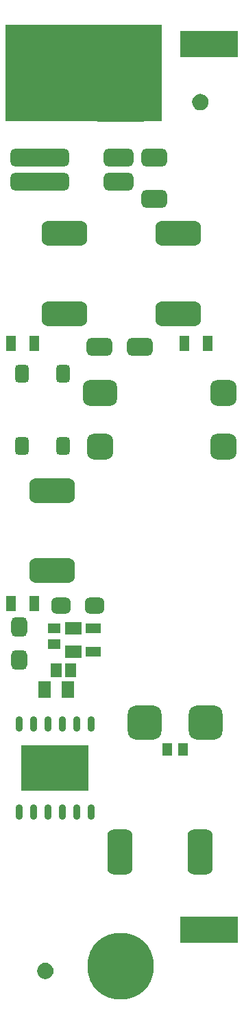
<source format=gts>
G04 Layer_Color=8388736*
%FSLAX24Y24*%
%MOIN*%
G70*
G01*
G75*
%ADD48R,0.7589X0.4715*%
G04:AMPARAMS|DCode=49|XSize=220.6mil|YSize=122.2mil|CornerRadius=32.5mil|HoleSize=0mil|Usage=FLASHONLY|Rotation=270.000|XOffset=0mil|YOffset=0mil|HoleType=Round|Shape=RoundedRectangle|*
%AMROUNDEDRECTD49*
21,1,0.2206,0.0571,0,0,270.0*
21,1,0.1555,0.1222,0,0,270.0*
1,1,0.0651,-0.0285,-0.0778*
1,1,0.0651,-0.0285,0.0778*
1,1,0.0651,0.0285,0.0778*
1,1,0.0651,0.0285,-0.0778*
%
%ADD49ROUNDEDRECTD49*%
G04:AMPARAMS|DCode=50|XSize=86.7mil|YSize=126.1mil|CornerRadius=23.7mil|HoleSize=0mil|Usage=FLASHONLY|Rotation=270.000|XOffset=0mil|YOffset=0mil|HoleType=Round|Shape=RoundedRectangle|*
%AMROUNDEDRECTD50*
21,1,0.0867,0.0787,0,0,270.0*
21,1,0.0394,0.1261,0,0,270.0*
1,1,0.0474,-0.0394,-0.0197*
1,1,0.0474,-0.0394,0.0197*
1,1,0.0474,0.0394,0.0197*
1,1,0.0474,0.0394,-0.0197*
%
%ADD50ROUNDEDRECTD50*%
G04:AMPARAMS|DCode=51|XSize=287.5mil|YSize=86.7mil|CornerRadius=23.7mil|HoleSize=0mil|Usage=FLASHONLY|Rotation=0.000|XOffset=0mil|YOffset=0mil|HoleType=Round|Shape=RoundedRectangle|*
%AMROUNDEDRECTD51*
21,1,0.2875,0.0394,0,0,0.0*
21,1,0.2402,0.0867,0,0,0.0*
1,1,0.0474,0.1201,-0.0197*
1,1,0.0474,-0.1201,-0.0197*
1,1,0.0474,-0.1201,0.0197*
1,1,0.0474,0.1201,0.0197*
%
%ADD51ROUNDEDRECTD51*%
G04:AMPARAMS|DCode=52|XSize=145.8mil|YSize=86.7mil|CornerRadius=23.7mil|HoleSize=0mil|Usage=FLASHONLY|Rotation=0.000|XOffset=0mil|YOffset=0mil|HoleType=Round|Shape=RoundedRectangle|*
%AMROUNDEDRECTD52*
21,1,0.1458,0.0394,0,0,0.0*
21,1,0.0984,0.0867,0,0,0.0*
1,1,0.0474,0.0492,-0.0197*
1,1,0.0474,-0.0492,-0.0197*
1,1,0.0474,-0.0492,0.0197*
1,1,0.0474,0.0492,0.0197*
%
%ADD52ROUNDEDRECTD52*%
%ADD53R,0.0493X0.0631*%
%ADD54R,0.3289X0.2249*%
%ADD55O,0.0360X0.0749*%
%ADD56R,0.0631X0.0789*%
%ADD57R,0.0533X0.0651*%
%ADD58R,0.0769X0.0493*%
%ADD59R,0.0789X0.0631*%
%ADD60R,0.0631X0.0493*%
G04:AMPARAMS|DCode=61|XSize=94.6mil|YSize=76.9mil|CornerRadius=21.2mil|HoleSize=0mil|Usage=FLASHONLY|Rotation=180.000|XOffset=0mil|YOffset=0mil|HoleType=Round|Shape=RoundedRectangle|*
%AMROUNDEDRECTD61*
21,1,0.0946,0.0344,0,0,180.0*
21,1,0.0522,0.0769,0,0,180.0*
1,1,0.0424,-0.0261,0.0172*
1,1,0.0424,0.0261,0.0172*
1,1,0.0424,0.0261,-0.0172*
1,1,0.0424,-0.0261,-0.0172*
%
%ADD61ROUNDEDRECTD61*%
%ADD62R,0.2836X0.1261*%
G04:AMPARAMS|DCode=63|XSize=94.6mil|YSize=76.9mil|CornerRadius=21.2mil|HoleSize=0mil|Usage=FLASHONLY|Rotation=270.000|XOffset=0mil|YOffset=0mil|HoleType=Round|Shape=RoundedRectangle|*
%AMROUNDEDRECTD63*
21,1,0.0946,0.0344,0,0,270.0*
21,1,0.0522,0.0769,0,0,270.0*
1,1,0.0424,-0.0172,-0.0261*
1,1,0.0424,-0.0172,0.0261*
1,1,0.0424,0.0172,0.0261*
1,1,0.0424,0.0172,-0.0261*
%
%ADD63ROUNDEDRECTD63*%
%ADD64R,0.0493X0.0769*%
G04:AMPARAMS|DCode=65|XSize=220.6mil|YSize=122.2mil|CornerRadius=32.5mil|HoleSize=0mil|Usage=FLASHONLY|Rotation=180.000|XOffset=0mil|YOffset=0mil|HoleType=Round|Shape=RoundedRectangle|*
%AMROUNDEDRECTD65*
21,1,0.2206,0.0571,0,0,180.0*
21,1,0.1555,0.1222,0,0,180.0*
1,1,0.0651,-0.0778,0.0285*
1,1,0.0651,0.0778,0.0285*
1,1,0.0651,0.0778,-0.0285*
1,1,0.0651,-0.0778,-0.0285*
%
%ADD65ROUNDEDRECTD65*%
G04:AMPARAMS|DCode=66|XSize=165.5mil|YSize=165.5mil|CornerRadius=43.4mil|HoleSize=0mil|Usage=FLASHONLY|Rotation=0.000|XOffset=0mil|YOffset=0mil|HoleType=Round|Shape=RoundedRectangle|*
%AMROUNDEDRECTD66*
21,1,0.1655,0.0787,0,0,0.0*
21,1,0.0787,0.1655,0,0,0.0*
1,1,0.0867,0.0394,-0.0394*
1,1,0.0867,-0.0394,-0.0394*
1,1,0.0867,-0.0394,0.0394*
1,1,0.0867,0.0394,0.0394*
%
%ADD66ROUNDEDRECTD66*%
G04:AMPARAMS|DCode=67|XSize=126.1mil|YSize=126.1mil|CornerRadius=33.5mil|HoleSize=0mil|Usage=FLASHONLY|Rotation=180.000|XOffset=0mil|YOffset=0mil|HoleType=Round|Shape=RoundedRectangle|*
%AMROUNDEDRECTD67*
21,1,0.1261,0.0591,0,0,180.0*
21,1,0.0591,0.1261,0,0,180.0*
1,1,0.0671,-0.0295,0.0295*
1,1,0.0671,0.0295,0.0295*
1,1,0.0671,0.0295,-0.0295*
1,1,0.0671,-0.0295,-0.0295*
%
%ADD67ROUNDEDRECTD67*%
G04:AMPARAMS|DCode=68|XSize=165.5mil|YSize=126.1mil|CornerRadius=33.5mil|HoleSize=0mil|Usage=FLASHONLY|Rotation=180.000|XOffset=0mil|YOffset=0mil|HoleType=Round|Shape=RoundedRectangle|*
%AMROUNDEDRECTD68*
21,1,0.1655,0.0591,0,0,180.0*
21,1,0.0984,0.1261,0,0,180.0*
1,1,0.0671,-0.0492,0.0295*
1,1,0.0671,0.0492,0.0295*
1,1,0.0671,0.0492,-0.0295*
1,1,0.0671,-0.0492,-0.0295*
%
%ADD68ROUNDEDRECTD68*%
G04:AMPARAMS|DCode=69|XSize=88mil|YSize=68mil|CornerRadius=19mil|HoleSize=0mil|Usage=FLASHONLY|Rotation=270.000|XOffset=0mil|YOffset=0mil|HoleType=Round|Shape=RoundedRectangle|*
%AMROUNDEDRECTD69*
21,1,0.0880,0.0300,0,0,270.0*
21,1,0.0500,0.0680,0,0,270.0*
1,1,0.0380,-0.0150,-0.0250*
1,1,0.0380,-0.0150,0.0250*
1,1,0.0380,0.0150,0.0250*
1,1,0.0380,0.0150,-0.0250*
%
%ADD69ROUNDEDRECTD69*%
%ADD70C,0.3230*%
G04:AMPARAMS|DCode=71|XSize=401.7mil|YSize=401.7mil|CornerRadius=102.4mil|HoleSize=0mil|Usage=FLASHONLY|Rotation=0.000|XOffset=0mil|YOffset=0mil|HoleType=Round|Shape=RoundedRectangle|*
%AMROUNDEDRECTD71*
21,1,0.4017,0.1969,0,0,0.0*
21,1,0.1969,0.4017,0,0,0.0*
1,1,0.2049,0.0984,-0.0984*
1,1,0.2049,-0.0984,-0.0984*
1,1,0.2049,-0.0984,0.0984*
1,1,0.2049,0.0984,0.0984*
%
%ADD71ROUNDEDRECTD71*%
G36*
X51235Y63307D02*
X51330Y63267D01*
X51413Y63204D01*
X51476Y63122D01*
X51515Y63026D01*
X51529Y62923D01*
X51515Y62820D01*
X51476Y62725D01*
X51413Y62642D01*
X51330Y62579D01*
X51235Y62540D01*
X51132Y62526D01*
X51029Y62540D01*
X50933Y62579D01*
X50851Y62642D01*
X50788Y62725D01*
X50748Y62820D01*
X50735Y62923D01*
X50748Y63026D01*
X50788Y63122D01*
X50851Y63204D01*
X50933Y63267D01*
X51029Y63307D01*
X51132Y63320D01*
X51235Y63307D01*
D02*
G37*
G36*
X43695Y21220D02*
X43791Y21181D01*
X43873Y21117D01*
X43936Y21035D01*
X43976Y20939D01*
X43990Y20837D01*
X43976Y20734D01*
X43936Y20638D01*
X43873Y20556D01*
X43791Y20493D01*
X43695Y20453D01*
X43593Y20440D01*
X43490Y20453D01*
X43394Y20493D01*
X43312Y20556D01*
X43249Y20638D01*
X43209Y20734D01*
X43195Y20837D01*
X43209Y20939D01*
X43249Y21035D01*
X43312Y21117D01*
X43394Y21181D01*
X43490Y21220D01*
X43593Y21234D01*
X43695Y21220D01*
D02*
G37*
D48*
X45468Y64326D02*
D03*
D49*
X51132Y26585D02*
D03*
X47234Y26585D02*
D03*
D50*
X48907Y60236D02*
D03*
Y58236D02*
D03*
X48189Y51073D02*
D03*
X46220D02*
D03*
D51*
X43327Y60236D02*
D03*
Y59055D02*
D03*
D52*
X47146Y60236D02*
D03*
Y59055D02*
D03*
D53*
X49537Y31575D02*
D03*
X50285D02*
D03*
D54*
X44065Y30669D02*
D03*
D55*
X42323Y28524D02*
D03*
X43024D02*
D03*
X43724D02*
D03*
X44425D02*
D03*
X45126D02*
D03*
X45827D02*
D03*
X42323Y32815D02*
D03*
X43024D02*
D03*
X43724D02*
D03*
X44425D02*
D03*
X45126D02*
D03*
X45827D02*
D03*
D56*
X44685Y34459D02*
D03*
X43543D02*
D03*
D57*
X44823Y35394D02*
D03*
X44114D02*
D03*
D58*
X45915Y37431D02*
D03*
Y36289D02*
D03*
D59*
X44970Y37431D02*
D03*
Y36289D02*
D03*
D60*
X44016Y37431D02*
D03*
Y36683D02*
D03*
D61*
X45984Y38543D02*
D03*
X44370D02*
D03*
D62*
X51545Y22835D02*
D03*
X51555Y65718D02*
D03*
D63*
X42313Y37510D02*
D03*
Y35896D02*
D03*
D64*
X41929Y38622D02*
D03*
X43071D02*
D03*
X51496Y51250D02*
D03*
X50354D02*
D03*
X41929Y51220D02*
D03*
X43071D02*
D03*
D65*
X43917Y40217D02*
D03*
Y44114D02*
D03*
X44518Y52667D02*
D03*
Y56565D02*
D03*
X50059Y52667D02*
D03*
Y56565D02*
D03*
D66*
X48425Y32874D02*
D03*
X51378D02*
D03*
D67*
X52242Y46250D02*
D03*
X46242D02*
D03*
X52242Y48829D02*
D03*
D68*
X46242D02*
D03*
D69*
X42449Y49783D02*
D03*
Y46283D02*
D03*
X44449Y49783D02*
D03*
Y46283D02*
D03*
D70*
X47244Y21063D02*
D03*
D71*
Y63976D02*
D03*
M02*

</source>
